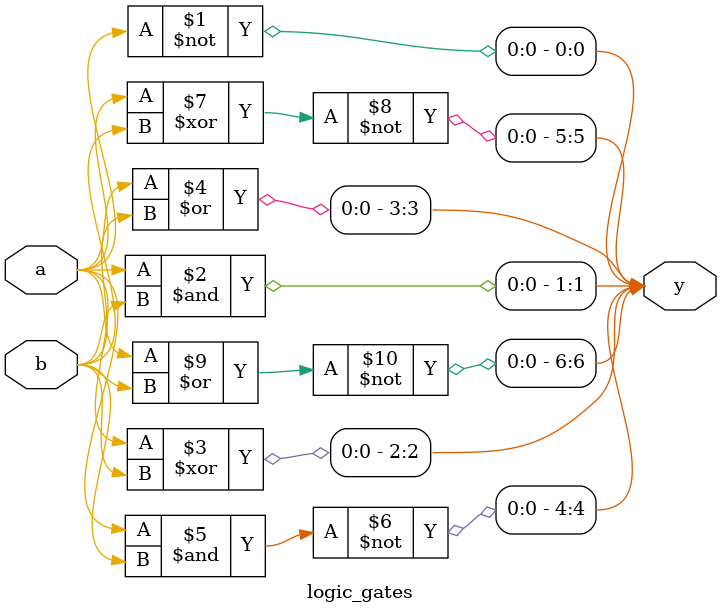
<source format=v>
module logic_gates(y,a,b);
input a,b;
output [6:0]y;
assign y[0]=~a;
assign y[1]=a&b;
assign y[2]=a^b;
assign y[3]=a|b;
assign y[4]=~(a&b);
assign y[5]=~(a^b);
assign y[6]=~(a|b);
endmodule

</source>
